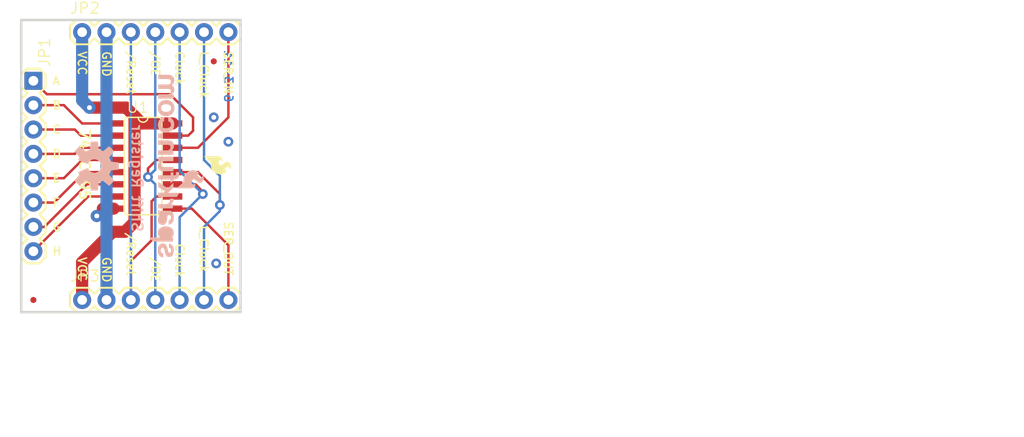
<source format=kicad_pcb>
(kicad_pcb (version 20211014) (generator pcbnew)
  (layers (0 "F.Cu" signal) (31 "B.Cu" signal) (34 "B.Paste" user) (35 "F.Paste" user) (36 "B.SilkS" user "B.Silkscreen") (37 "F.SilkS" user "F.Silkscreen") (38 "B.Mask" user) (39 "F.Mask" user) (44 "Edge.Cuts" user))
  (net 0 "")
  (net 1 "N$3")
  (net 2 "N$4")
  (net 3 "N$5")
  (net 4 "N$6")
  (net 5 "N$7")
  (net 6 "N$8")
  (net 7 "N$9")
  (net 8 "N$10")
  (net 9 "VCC")
  (net 10 "SERIAL_IN")
  (net 11 "CLOCK")
  (net 12 "/RESET")
  (net 13 "LATCH_CLOCK")
  (net 14 "/OUTPUT_ENABLE")
  (net 15 "GND")
  (net 16 "SERIAL_OUT")
  (footprint "boardEagle:1X08" (layer "F.Cu") (at 138.3411 96.1136 -90)
    (fp_text reference "JP1" (at -1.3462 -1.8288 -90) (layer "F.SilkS") (effects (font (size 1.143 1.143) (thickness 0.127)) (justify left bottom)))
    (fp_text value "")
    (fp_line (start 0.635 -1.27) (end 1.27 -0.635) (layer "F.SilkS") (width 0.2032))
    (fp_line (start 17.145 -1.27) (end 16.51 -0.635) (layer "F.SilkS") (width 0.2032))
    (fp_line (start 10.795 1.27) (end 9.525 1.27) (layer "F.SilkS") (width 0.2032))
    (fp_line (start 12.065 1.27) (end 11.43 0.635) (layer "F.SilkS") (width 0.2032))
    (fp_line (start 6.985 -1.27) (end 6.35 -0.635) (layer "F.SilkS") (width 0.2032))
    (fp_line (start 16.51 0.635) (end 15.875 1.27) (layer "F.SilkS") (width 0.2032))
    (fp_line (start 17.145 -1.27) (end 18.415 -1.27) (layer "F.SilkS") (width 0.2032))
    (fp_line (start 3.81 -0.635) (end 4.445 -1.27) (layer "F.SilkS") (width 0.2032))
    (fp_line (start 6.35 0.635) (end 5.715 1.27) (layer "F.SilkS") (width 0.2032))
    (fp_line (start 0.635 1.27) (end -0.635 1.27) (layer "F.SilkS") (width 0.2032))
    (fp_line (start 19.05 -0.635) (end 19.05 0.635) (layer "F.SilkS") (width 0.2032))
    (fp_line (start 6.985 -1.27) (end 8.255 -1.27) (layer "F.SilkS") (width 0.2032))
    (fp_line (start 18.415 1.27) (end 17.145 1.27) (layer "F.SilkS") (width 0.2032))
    (fp_line (start 8.89 -0.635) (end 9.525 -1.27) (layer "F.SilkS") (width 0.2032))
    (fp_line (start 9.525 1.27) (end 8.89 0.635) (layer "F.SilkS") (width 0.2032))
    (fp_line (start 12.065 -1.27) (end 13.335 -1.27) (layer "F.SilkS") (width 0.2032))
    (fp_line (start 11.43 0.635) (end 10.795 1.27) (layer "F.SilkS") (width 0.2032))
    (fp_line (start 13.97 0.635) (end 13.335 1.27) (layer "F.SilkS") (width 0.2032))
    (fp_line (start 1.27 0.635) (end 0.635 1.27) (layer "F.SilkS") (width 0.2032))
    (fp_line (start 6.35 0.635) (end 6.985 1.27) (layer "F.SilkS") (width 0.2032))
    (fp_line (start 8.89 0.635) (end 8.255 1.27) (layer "F.SilkS") (width 0.2032))
    (fp_line (start 8.255 1.27) (end 6.985 1.27) (layer "F.SilkS") (width 0.2032))
    (fp_line (start 13.97 0.635) (end 14.605 1.27) (layer "F.SilkS") (width 0.2032))
    (fp_line (start 13.335 -1.27) (end 13.97 -0.635) (layer "F.SilkS") (width 0.2032))
    (fp_line (start 4.445 1.27) (end 3.81 0.635) (layer "F.SilkS") (width 0.2032))
    (fp_line (start -1.27 0.635) (end -0.635 1.27) (layer "F.SilkS") (width 0.2032))
    (fp_line (start 16.51 0.635) (end 17.145 1.27) (layer "F.SilkS") (width 0.2032))
    (fp_line (start 14.605 -1.27) (end 13.97 -0.635) (layer "F.SilkS") (width 0.2032))
    (fp_line (start 5.715 -1.27) (end 6.35 -0.635) (layer "F.SilkS") (width 0.2032))
    (fp_line (start -1.27 -0.635) (end -1.27 0.635) (layer "F.SilkS") (width 0.2032))
    (fp_line (start 14.605 -1.27) (end 15.875 -1.27) (layer "F.SilkS") (width 0.2032))
    (fp_line (start -0.635 -1.27) (end -1.27 -0.635) (layer "F.SilkS") (width 0.2032))
    (fp_line (start 4.445 -1.27) (end 5.715 -1.27) (layer "F.SilkS") (width 0.2032))
    (fp_line (start 15.875 -1.27) (end 16.51 -0.635) (layer "F.SilkS") (width 0.2032))
    (fp_line (start -0.635 -1.27) (end 0.635 -1.27) (layer "F.SilkS") (width 0.2032))
    (fp_line (start 15.875 1.27) (end 14.605 1.27) (layer "F.SilkS") (width 0.2032))
    (fp_line (start 3.81 0.635) (end 3.175 1.27) (layer "F.SilkS") (width 0.2032))
    (fp_line (start 18.415 -1.27) (end 19.05 -0.635) (layer "F.SilkS") (width 0.2032))
    (fp_line (start 3.175 1.27) (end 1.905 1.27) (layer "F.SilkS") (width 0.2032))
    (fp_line (start 11.43 -0.635) (end 12.065 -1.27) (layer "F.SilkS") (width 0.2032))
    (fp_line (start 19.05 0.635) (end 18.415 1.27) (layer "F.SilkS") (width 0.2032))
    (fp_line (start 13.335 1.27) (end 12.065 1.27) (layer "F.SilkS") (width 0.2032))
    (fp_line (start 9.525 -1.27) (end 10.795 -1.27) (layer "F.SilkS") (width 0.2032))
    (fp_line (start 5.715 1.27) (end 4.445 1.27) (layer "F.SilkS") (width 0.2032))
    (fp_line (start 3.175 -1.27) (end 3.81 -0.635) (layer "F.SilkS") (width 0.2032))
    (fp_line (start 10.795 -1.27) (end 11.43 -0.635) (layer "F.SilkS") (width 0.2032))
    (fp_line (start 8.255 -1.27) (end 8.89 -0.635) (layer "F.SilkS") (width 0.2032))
    (fp_line (start 1.905 1.27) (end 1.27 0.635) (layer "F.SilkS") (width 0.2032))
    (fp_line (start 1.905 -1.27) (end 3.175 -1.27) (layer "F.SilkS") (width 0.2032))
    (fp_line (start 1.27 -0.635) (end 1.905 -1.27) (layer "F.SilkS") (width 0.2032))
    (pad "1" thru_hole rect (at 0 0) (size 1.8796 1.8796) (drill 1.016) (layers *.Cu *.Mask) (net 1 "N$3"))
    (pad "2" thru_hole circle (at 2.54 0) (size 1.8796 1.8796) (drill 1.016) (layers *.Cu *.Mask) (net 2 "N$4"))
    (pad "3" thru_hole circle (at 5.08 0) (size 1.8796 1.8796) (drill 1.016) (layers *.Cu *.Mask) (net 3 "N$5"))
    (pad "4" thru_hole circle (at 7.62 0) (size 1.8796 1.8796) (drill 1.016) (layers *.Cu *.Mask) (net 4 "N$6"))
    (pad "5" thru_hole circle (at 10.16 0) (size 1.8796 1.8796) (drill 1.016) (layers *.Cu *.Mask) (net 5 "N$7"))
    (pad "6" thru_hole circle (at 12.7 0) (size 1.8796 1.8796) (drill 1.016) (layers *.Cu *.Mask) (net 6 "N$8"))
    (pad "7" thru_hole circle (at 15.24 0) (size 1.8796 1.8796) (drill 1.016) (layers *.Cu *.Mask) (net 7 "N$9"))
    (pad "8" thru_hole circle (at 17.78 0) (size 1.8796 1.8796) (drill 1.016) (layers *.Cu *.Mask) (net 8 "N$10"))
  )
  (footprint "boardEagle:CREATIVE_COMMONS" (layer "F.Cu") (at 158.6611 132.9436)
    (fp_text reference "U$2" hide)
    (fp_text value "CREATIVE_COMMONS" hide)
  )
  (footprint "boardEagle:FIDUCIAL-1X2.5" (layer "F.Cu") (at 138.3411 118.9736)
    (fp_text reference "JP6" hide)
    (fp_text value "FIDUCIAL1X2.5" hide)
    (pad "1" smd roundrect (at 0 0) (size 0.635 0.635) (layers "F.Cu" "F.Mask") (roundrect_rratio 0.5))
  )
  (footprint "boardEagle:1X07" (layer "F.Cu") (at 143.4211 91.0336)
    (fp_text reference "JP2" (at -1.3462 -1.8288) (layer "F.SilkS") (effects (font (size 1.143 1.143) (thickness 0.127)) (justify left bottom)))
    (fp_text value "")
    (fp_line (start 8.89 0.635) (end 8.255 1.27) (layer "F.SilkS") (width 0.2032))
    (fp_line (start 9.525 -1.27) (end 10.795 -1.27) (layer "F.SilkS") (width 0.2032))
    (fp_line (start 1.905 -1.27) (end 3.175 -1.27) (layer "F.SilkS") (width 0.2032))
    (fp_line (start 6.35 0.635) (end 5.715 1.27) (layer "F.SilkS") (width 0.2032))
    (fp_line (start 4.445 1.27) (end 3.81 0.635) (layer "F.SilkS") (width 0.2032))
    (fp_line (start 10.795 -1.27) (end 11.43 -0.635) (layer "F.SilkS") (width 0.2032))
    (fp_line (start -1.27 0.635) (end -0.635 1.27) (layer "F.SilkS") (width 0.2032))
    (fp_line (start 0.635 -1.27) (end 1.27 -0.635) (layer "F.SilkS") (width 0.2032))
    (fp_line (start -1.27 -0.635) (end -1.27 0.635) (layer "F.SilkS") (width 0.2032))
    (fp_line (start 1.27 0.635) (end 0.635 1.27) (layer "F.SilkS") (width 0.2032))
    (fp_line (start 1.905 1.27) (end 1.27 0.635) (layer "F.SilkS") (width 0.2032))
    (fp_line (start 5.715 -1.27) (end 6.35 -0.635) (layer "F.SilkS") (width 0.2032))
    (fp_line (start 6.35 0.635) (end 6.985 1.27) (layer "F.SilkS") (width 0.2032))
    (fp_line (start 9.525 1.27) (end 8.89 0.635) (layer "F.SilkS") (width 0.2032))
    (fp_line (start 11.43 0.635) (end 10.795 1.27) (layer "F.SilkS") (width 0.2032))
    (fp_line (start 16.51 0.635) (end 15.875 1.27) (layer "F.SilkS") (width 0.2032))
    (fp_line (start -0.635 -1.27) (end -1.27 -0.635) (layer "F.SilkS") (width 0.2032))
    (fp_line (start 3.175 1.27) (end 1.905 1.27) (layer "F.SilkS") (width 0.2032))
    (fp_line (start 12.065 -1.27) (end 13.335 -1.27) (layer "F.SilkS") (width 0.2032))
    (fp_line (start 3.175 -1.27) (end 3.81 -0.635) (layer "F.SilkS") (width 0.2032))
    (fp_line (start 12.065 1.27) (end 11.43 0.635) (layer "F.SilkS") (width 0.2032))
    (fp_line (start 14.605 -1.27) (end 15.875 -1.27) (layer "F.SilkS") (width 0.2032))
    (fp_line (start 1.27 -0.635) (end 1.905 -1.27) (layer "F.SilkS") (width 0.2032))
    (fp_line (start 15.875 -1.27) (end 16.51 -0.635) (layer "F.SilkS") (width 0.2032))
    (fp_line (start -0.635 -1.27) (end 0.635 -1.27) (layer "F.SilkS") (width 0.2032))
    (fp_line (start 15.875 1.27) (end 14.605 1.27) (layer "F.SilkS") (width 0.2032))
    (fp_line (start 10.795 1.27) (end 9.525 1.27) (layer "F.SilkS") (width 0.2032))
    (fp_line (start 3.81 -0.635) (end 4.445 -1.27) (layer "F.SilkS") (width 0.2032))
    (fp_line (start 6.985 -1.27) (end 6.35 -0.635) (layer "F.SilkS") (width 0.2032))
    (fp_line (start 13.97 0.635) (end 13.335 1.27) (layer "F.SilkS") (width 0.2032))
    (fp_line (start 8.89 -0.635) (end 9.525 -1.27) (layer "F.SilkS") (width 0.2032))
    (fp_line (start 8.255 1.27) (end 6.985 1.27) (layer "F.SilkS") (width 0.2032))
    (fp_line (start 14.605 -1.27) (end 13.97 -0.635) (layer "F.SilkS") (width 0.2032))
    (fp_line (start 5.715 1.27) (end 4.445 1.27) (layer "F.SilkS") (width 0.2032))
    (fp_line (start 0.635 1.27) (end -0.635 1.27) (layer "F.SilkS") (width 0.2032))
    (fp_line (start 11.43 -0.635) (end 12.065 -1.27) (layer "F.SilkS") (width 0.2032))
    (fp_line (start 16.51 -0.635) (end 16.51 0.635) (layer "F.SilkS") (width 0.2032))
    (fp_line (start 6.985 -1.27) (end 8.255 -1.27) (layer "F.SilkS") (width 0.2032))
    (fp_line (start 3.81 0.635) (end 3.175 1.27) (layer "F.SilkS") (width 0.2032))
    (fp_line (start 4.445 -1.27) (end 5.715 -1.27) (layer "F.SilkS") (width 0.2032))
    (fp_line (start 13.335 -1.27) (end 13.97 -0.635) (layer "F.SilkS") (width 0.2032))
    (fp_line (start 13.97 0.635) (end 14.605 1.27) (layer "F.SilkS") (width 0.2032))
    (fp_line (start 13.335 1.27) (end 12.065 1.27) (layer "F.SilkS") (width 0.2032))
    (fp_line (start 8.255 -1.27) (end 8.89 -0.635) (layer "F.SilkS") (width 0.2032))
    (pad "1" thru_hole circle (at 0 0 90) (size 1.8796 1.8796) (drill 1.016) (layers *.Cu *.Mask) (net 9 "VCC"))
    (pad "2" thru_hole circle (at 2.54 0 90) (size 1.8796 1.8796) (drill 1.016) (layers *.Cu *.Mask) (net 15 "GND"))
    (pad "3" thru_hole circle (at 5.08 0 90) (size 1.8796 1.8796) (drill 1.016) (layers *.Cu *.Mask) (net 12 "/RESET"))
    (pad "4" thru_hole circle (at 7.62 0 90) (size 1.8796 1.8796) (drill 1.016) (layers *.Cu *.Mask) (net 14 "/OUTPUT_ENABLE"))
    (pad "5" thru_hole circle (at 10.16 0 90) (size 1.8796 1.8796) (drill 1.016) (layers *.Cu *.Mask) (net 11 "CLOCK"))
    (pad "6" thru_hole circle (at 12.7 0 90) (size 1.8796 1.8796) (drill 1.016) (layers *.Cu *.Mask) (net 13 "LATCH_CLOCK"))
    (pad "7" thru_hole circle (at 15.24 0 90) (size 1.8796 1.8796) (drill 1.016) (layers *.Cu *.Mask) (net 10 "SERIAL_IN"))
  )
  (footprint "boardEagle:FIDUCIAL-1X2.5" (layer "F.Cu") (at 157.1371 94.0816)
    (fp_text reference "JP7" hide)
    (fp_text value "FIDUCIAL1X2.5" hide)
    (pad "1" smd roundrect (at 0 0) (size 0.635 0.635) (layers "F.Cu" "F.Mask") (roundrect_rratio 0.5))
  )
  (footprint "boardEagle:SFE-LOGO-FLAME" (layer "F.Cu") (at 156.1211 103.9876 -90)
    (fp_text reference "JP5" hide)
    (fp_text value "LOGO-SFESK" hide)
    (fp_poly (pts (xy 1.126002 -2.808203) (xy 1.215449 -2.785829) (xy 1.228477 -2.780783) (xy 1.240149 -2.774875) (xy 1.25686 -2.766576) (xy 1.275552 -2.759834) (xy 1.371694 -2.7026) (xy 1.3793 -2.7026) (xy 1.3793 -2.6772) (xy 1.306833 -2.6772) (xy 1.208418 -2.657914) (xy 1.074855 -2.495286) (xy 1.079365 -2.436825) (xy 1.12809 -2.341869) (xy 1.204666 -2.265196) (xy 1.294069 -2.200638) (xy 1.369348 -2.168824) (xy 1.450737 -2.171632) (xy 1.458864 -2.174186) (xy 1.466257 -2.177389) (xy 1.530514 -2.236956) (xy 1.5368 -2.259812) (xy 1.5368 -2.377938) (xy 1.763707 -2.148127) (xy 1.868186 -1.856841) (xy 1.871603 -1.856894) (xy 1.87806 -1.650435) (xy 1.848857 -1.45742) (xy 1.785308 -1.272842) (xy 1.6663 -1.061578) (xy 1.6663 -1.080581) (xy 1.378131 -0.80901) (xy 0.982239 -0.6985) (xy 0.753005 -0.6985) (xy 0.716201 -0.692046) (xy 0.681776 -0.679592) (xy 0.496322 -0.541784) (xy -0.0126 0.03091) (xy -0.0126 -1.52077) (xy 0.060004 -1.761967) (xy 0.168295 -1.865489) (xy 0.307122 -1.917522) (xy 0.4039 -1.925089) (xy 0.499384 -1.917623) (xy 0.55991 -1.908099) (xy 0.557788 -1.884433) (xy 0.522216 -1.885242) (xy 0.501784 -1.876141) (xy 0.420519 -1.817154) (xy 0.400722 -1.79067) (xy 0.390395 -1.7285) (xy 0.400905 -1.665229) (xy 0.421405 -1.625174) (xy 0.452343 -1.592685) (xy 0.546535 -1.54355) (xy 0.652229 -1.531742) (xy 0.742768 -1.550084) (xy 0.82422 -1.589656) (xy 0.92203 -1.754659) (xy 0.907706 -1.848844) (xy 0.850914 -1.930401) (xy 0.584707 -2.263237) (xy 0.561667 -2.510855) (xy 0.627495 -2.621556) (xy 0.629042 -2.623103) (xy 0.778901 -2.74712) (xy 1.032676 -2.817064)) (layer "F.SilkS") (width 0) (fill solid))
  )
  (footprint "boardEagle:1X07" (layer "F.Cu") (at 143.4211 118.9736)
    (fp_text reference "JP3" (at -1.3462 -1.8288) (layer "F.SilkS") (effects (font (size 1.143 1.143) (thickness 0.127)) (justify left bottom)))
    (fp_text value "")
    (fp_line (start 1.27 -0.635) (end 1.905 -1.27) (layer "F.SilkS") (width 0.2032))
    (fp_line (start 13.335 -1.27) (end 13.97 -0.635) (layer "F.SilkS") (width 0.2032))
    (fp_line (start 11.43 0.635) (end 10.795 1.27) (layer "F.SilkS") (width 0.2032))
    (fp_line (start 11.43 -0.635) (end 12.065 -1.27) (layer "F.SilkS") (width 0.2032))
    (fp_line (start -1.27 0.635) (end -0.635 1.27) (layer "F.SilkS") (width 0.2032))
    (fp_line (start 10.795 -1.27) (end 11.43 -0.635) (layer "F.SilkS") (width 0.2032))
    (fp_line (start 5.715 1.27) (end 4.445 1.27) (layer "F.SilkS") (width 0.2032))
    (fp_line (start 3.81 -0.635) (end 4.445 -1.27) (layer "F.SilkS") (width 0.2032))
    (fp_line (start 4.445 -1.27) (end 5.715 -1.27) (layer "F.SilkS") (width 0.2032))
    (fp_line (start 8.255 1.27) (end 6.985 1.27) (layer "F.SilkS") (width 0.2032))
    (fp_line (start 16.51 -0.635) (end 16.51 0.635) (layer "F.SilkS") (width 0.2032))
    (fp_line (start 3.81 0.635) (end 3.175 1.27) (layer "F.SilkS") (width 0.2032))
    (fp_line (start -0.635 -1.27) (end 0.635 -1.27) (layer "F.SilkS") (width 0.2032))
    (fp_line (start 12.065 1.27) (end 11.43 0.635) (layer "F.SilkS") (width 0.2032))
    (fp_line (start 1.905 1.27) (end 1.27 0.635) (layer "F.SilkS") (width 0.2032))
    (fp_line (start 0.635 -1.27) (end 1.27 -0.635) (layer "F.SilkS") (width 0.2032))
    (fp_line (start 12.065 -1.27) (end 13.335 -1.27) (layer "F.SilkS") (width 0.2032))
    (fp_line (start -0.635 -1.27) (end -1.27 -0.635) (layer "F.SilkS") (width 0.2032))
    (fp_line (start 4.445 1.27) (end 3.81 0.635) (layer "F.SilkS") (width 0.2032))
    (fp_line (start 6.985 -1.27) (end 8.255 -1.27) (layer "F.SilkS") (width 0.2032))
    (fp_line (start 14.605 -1.27) (end 13.97 -0.635) (layer "F.SilkS") (width 0.2032))
    (fp_line (start 16.51 0.635) (end 15.875 1.27) (layer "F.SilkS") (width 0.2032))
    (fp_line (start 0.635 1.27) (end -0.635 1.27) (layer "F.SilkS") (width 0.2032))
    (fp_line (start 1.905 -1.27) (end 3.175 -1.27) (layer "F.SilkS") (width 0.2032))
    (fp_line (start 8.89 0.635) (end 8.255 1.27) (layer "F.SilkS") (width 0.2032))
    (fp_line (start -1.27 -0.635) (end -1.27 0.635) (layer "F.SilkS") (width 0.2032))
    (fp_line (start 8.89 -0.635) (end 9.525 -1.27) (layer "F.SilkS") (width 0.2032))
    (fp_line (start 6.985 -1.27) (end 6.35 -0.635) (layer "F.SilkS") (width 0.2032))
    (fp_line (start 14.605 -1.27) (end 15.875 -1.27) (layer "F.SilkS") (width 0.2032))
    (fp_line (start 8.255 -1.27) (end 8.89 -0.635) (layer "F.SilkS") (width 0.2032))
    (fp_line (start 9.525 1.27) (end 8.89 0.635) (layer "F.SilkS") (width 0.2032))
    (fp_line (start 6.35 0.635) (end 6.985 1.27) (layer "F.SilkS") (width 0.2032))
    (fp_line (start 5.715 -1.27) (end 6.35 -0.635) (layer "F.SilkS") (width 0.2032))
    (fp_line (start 6.35 0.635) (end 5.715 1.27) (layer "F.SilkS") (width 0.2032))
    (fp_line (start 9.525 -1.27) (end 10.795 -1.27) (layer "F.SilkS") (width 0.2032))
    (fp_line (start 13.97 0.635) (end 13.335 1.27) (layer "F.SilkS") (width 0.2032))
    (fp_line (start 15.875 1.27) (end 14.605 1.27) (layer "F.SilkS") (width 0.2032))
    (fp_line (start 1.27 0.635) (end 0.635 1.27) (layer "F.SilkS") (width 0.2032))
    (fp_line (start 13.335 1.27) (end 12.065 1.27) (layer "F.SilkS") (width 0.2032))
    (fp_line (start 3.175 1.27) (end 1.905 1.27) (layer "F.SilkS") (width 0.2032))
    (fp_line (start 10.795 1.27) (end 9.525 1.27) (layer "F.SilkS") (width 0.2032))
    (fp_line (start 13.97 0.635) (end 14.605 1.27) (layer "F.SilkS") (width 0.2032))
    (fp_line (start 15.875 -1.27) (end 16.51 -0.635) (layer "F.SilkS") (width 0.2032))
    (fp_line (start 3.175 -1.27) (end 3.81 -0.635) (layer "F.SilkS") (width 0.2032))
    (pad "1" thru_hole circle (at 0 0 90) (size 1.8796 1.8796) (drill 1.016) (layers *.Cu *.Mask) (net 9 "VCC"))
    (pad "2" thru_hole circle (at 2.54 0 90) (size 1.8796 1.8796) (drill 1.016) (layers *.Cu *.Mask) (net 15 "GND"))
    (pad "3" thru_hole circle (at 5.08 0 90) (size 1.8796 1.8796) (drill 1.016) (layers *.Cu *.Mask) (net 12 "/RESET"))
    (pad "4" thru_hole circle (at 7.62 0 90) (size 1.8796 1.8796) (drill 1.016) (layers *.Cu *.Mask) (net 14 "/OUTPUT_ENABLE"))
    (pad "5" thru_hole circle (at 10.16 0 90) (size 1.8796 1.8796) (drill 1.016) (layers *.Cu *.Mask) (net 11 "CLOCK"))
    (pad "6" thru_hole circle (at 12.7 0 90) (size 1.8796 1.8796) (drill 1.016) (layers *.Cu *.Mask) (net 13 "LATCH_CLOCK"))
    (pad "7" thru_hole circle (at 15.24 0 90) (size 1.8796 1.8796) (drill 1.016) (layers *.Cu *.Mask) (net 16 "SERIAL_OUT"))
  )
  (footprint "boardEagle:SO16" (layer "F.Cu") (at 149.7711 105.0036 -90)
    (fp_text reference "U1" (at -5.461 1.778) (layer "F.SilkS") (effects (font (size 1.143 1.143) (thickness 0.127)) (justify left bottom)))
    (fp_text value "74LS595D")
    (fp_line (start -5.08 1.6002) (end 5.08 1.6002) (layer "F.SilkS") (width 0.0508))
    (fp_line (start -5.08 0.508) (end -5.08 1.5748) (layer "F.SilkS") (width 0.1524))
    (fp_line (start 5.08 1.5748) (end 5.08 -1.5748) (layer "F.SilkS") (width 0.1524))
    (fp_line (start -4.699 1.9558) (end 4.699 1.9558) (layer "F.SilkS") (width 0.1524))
    (fp_line (start -5.08 -0.508) (end -5.08 0.508) (layer "F.SilkS") (width 0.1524))
    (fp_line (start -5.08 -1.5748) (end -5.08 -0.508) (layer "F.SilkS") (width 0.1524))
    (fp_line (start 4.699 -1.9558) (end -4.699 -1.9558) (layer "F.SilkS") (width 0.1524))
    (fp_arc (start -4.699 1.9558) (mid -4.968408 1.844208) (end -5.08 1.5748) (layer "F.SilkS") (width 0.1524))
    (fp_arc (start 5.08 1.5748) (mid 4.968408 1.844208) (end 4.699 1.9558) (layer "F.SilkS") (width 0.1524))
    (fp_arc (start 4.699 -1.9558) (mid 4.968408 -1.844208) (end 5.08 -1.5748) (layer "F.SilkS") (width 0.1524))
    (fp_arc (start -5.08 -1.5748) (mid -4.968408 -1.844208) (end -4.699 -1.9558) (layer "F.SilkS") (width 0.1524))
    (fp_arc (start -5.08 -0.508) (mid -4.572 0) (end -5.08 0.508) (layer "F.SilkS") (width 0.1524))
    (pad "1" smd rect (at -4.445 3.0734 270) (size 0.6604 2.032) (layers "F.Cu" "F.Paste" "F.Mask") (net 2 "N$4"))
    (pad "2" smd rect (at -3.175 3.0734 270) (size 0.6604 2.032) (layers "F.Cu" "F.Paste" "F.Mask") (net 3 "N$5"))
    (pad "3" smd rect (at -1.905 3.0734 270) (size 0.6604 2.032) (layers "F.Cu" "F.Paste" "F.Mask") (net 4 "N$6"))
    (pad "4" smd rect (at -0.635 3.0734 270) (size 0.6604 2.032) (layers "F.Cu" "F.Paste" "F.Mask") (net 5 "N$7"))
    (pad "5" smd rect (at 0.635 3.0734 270) (size 0.6604 2.032) (layers "F.Cu" "F.Paste" "F.Mask") (net 6 "N$8"))
    (pad "6" smd rect (at 1.905 3.0734 270) (size 0.6604 2.032) (layers "F.Cu" "F.Paste" "F.Mask") (net 7 "N$9"))
    (pad "7" smd rect (at 3.175 3.0734 270) (size 0.6604 2.032) (layers "F.Cu" "F.Paste" "F.Mask") (net 8 "N$10"))
    (pad "8" smd rect (at 4.445 3.0734 270) (size 0.6604 2.032) (layers "F.Cu" "F.Paste" "F.Mask") (net 15 "GND"))
    (pad "9" smd rect (at 4.445 -3.0734 270) (size 0.6604 2.032) (layers "F.Cu" "F.Paste" "F.Mask") (net 16 "SERIAL_OUT"))
    (pad "10" smd rect (at 3.175 -3.0734 270) (size 0.6604 2.032) (layers "F.Cu" "F.Paste" "F.Mask") (net 12 "/RESET"))
    (pad "11" smd rect (at 1.905 -3.0734 270) (size 0.6604 2.032) (layers "F.Cu" "F.Paste" "F.Mask") (net 11 "CLOCK"))
    (pad "12" smd rect (at 0.635 -3.0734 270) (size 0.6604 2.032) (layers "F.Cu" "F.Paste" "F.Mask") (net 13 "LATCH_CLOCK"))
    (pad "13" smd rect (at -0.635 -3.0734 270) (size 0.6604 2.032) (layers "F.Cu" "F.Paste" "F.Mask") (net 14 "/OUTPUT_ENABLE"))
    (pad "14" smd rect (at -1.905 -3.0734 270) (size 0.6604 2.032) (layers "F.Cu" "F.Paste" "F.Mask") (net 10 "SERIAL_IN"))
    (pad "15" smd rect (at -3.175 -3.0734 270) (size 0.6604 2.032) (layers "F.Cu" "F.Paste" "F.Mask") (net 1 "N$3"))
    (pad "16" smd rect (at -4.445 -3.0734 270) (size 0.6604 2.032) (layers "F.Cu" "F.Paste" "F.Mask") (net 9 "VCC"))
  )
  (footprint "boardEagle:OSHW-LOGO-M" (layer "B.Cu") (at 144.6911 105.0036 90)
    (fp_text reference "U$1" hide)
    (fp_text value "OSHW-LOGOM" hide)
    (fp_poly (pts (xy 0.456253 1.731155) (xy 0.686517 1.657461) (xy 0.90147 1.546765) (xy 1.544319 2.070947) (xy 2.070947 1.544319) (xy 1.546765 0.90147) (xy 1.657461 0.686517) (xy 1.731155 0.456253) (xy 2.5564 0.372471) (xy 2.5564 -0.372471) (xy 1.726849 -0.456691) (xy 1.54403 -0.898116) (xy 2.070947 -1.544319) (xy 1.544319 -2.070947) (xy 0.901485 -1.546777) (xy 0.619704 -1.692011) (xy 0.20689 -0.695413) (xy 0.531536 -0.463602) (xy 0.620727 -0.335903) (xy 0.680465 -0.187343) (xy 0.705181 -0.029147) (xy 0.693603 0.130552) (xy 0.646327 0.283537) (xy 0.56579 0.421919) (xy 0.456131 0.538592) (xy 0.322994 0.627547) (xy 0.173234 0.684204) (xy 0.014564 0.705647) (xy -0.144865 0.690774) (xy -0.296837 0.64035) (xy -0.433527 0.556972) (xy -0.547914 0.444923) (xy -0.634099 0.309982) (xy -0.68765 0.159084) (xy -0.705283 0.004638) (xy -0.626355 -0.324166) (xy -0.536691 -0.458355) (xy -0.414859 -0.570967) (xy -0.204203 -0.688924) (xy -0.618435 -1.688948) (xy -0.821394 -1.594769) (xy -0.90323 -1.5482) (xy -1.544319 -2.070947) (xy -2.070947 -1.544319) (xy -1.54403 -0.898116) (xy -1.726849 -0.456691) (xy -2.5564 -0.372471) (xy -2.5564 0.372471) (xy -1.726849 0.456691) (xy -1.54403 0.898116) (xy -2.070947 1.544319) (xy -1.544319 2.070947) (xy -0.90147 1.546765) (xy -0.686517 1.657461) (xy -0.456253 1.731155) (xy -0.372471 2.5564) (xy 0.372471 2.5564)) (layer "B.SilkS") (width 0) (fill solid))
  )
  (footprint "boardEagle:SFE-NEW-WEBLOGO" (layer "B.Cu") (at 150.4061 114.5286 90)
    (fp_text reference "JP4" hide)
    (fp_text value "LOGO-SFENEW" hide)
    (fp_line (start 11.1201 2.5171) (end 11.1201 2.2962) (layer "B.SilkS") (width 0.0254))
    (fp_line (start 11.1379 0.9449) (end 10.7163 0.9449) (layer "B.SilkS") (width 0.0254))
    (fp_line (start 12.1818 0.955) (end 11.7729 0.955) (layer "B.SilkS") (width 0.0254))
    (fp_line (start 11.1201 2.2962) (end 11.1277 2.2962) (layer "B.SilkS") (width 0.0254))
    (fp_line (start 11.1379 1.8136) (end 11.1379 0.9449) (layer "B.SilkS") (width 0.0254))
    (fp_line (start 11.7729 0.955) (end 11.7729 1.9202) (layer "B.SilkS") (width 0.0254))
    (fp_line (start 15.5499 2.2911) (end 15.527 2.2911) (layer "B.SilkS") (width 0.0254))
    (fp_line (start 15.5499 2.6137) (end 15.5499 2.2911) (layer "B.SilkS") (width 0.0254))
    (fp_line (start 10.7163 2.5171) (end 11.1201 2.5171) (layer "B.SilkS") (width 0.0254))
    (fp_line (start 15.5702 2.2962) (end 15.5702 2.6137) (layer "B.SilkS") (width 0.0254))
    (fp_line (start 15.5702 2.6137) (end 15.5854 2.6137) (layer "B.SilkS") (width 0.0254))
    (fp_line (start 12.1818 2.0091) (end 12.1818 0.955) (layer "B.SilkS") (width 0.0254))
    (fp_line (start 10.7163 0.9449) (end 10.7163 2.5171) (layer "B.SilkS") (width 0.0254))
    (fp_arc (start 15.7277 2.2708) (mid 15.650001 2.290018) (end 15.5702 2.2962) (layer "B.SilkS") (width 0.0254))
    (fp_arc (start 11.4198 2.2327) (mid 11.334441 2.214452) (end 11.259799 2.1692) (layer "B.SilkS") (width 0.0254))
    (fp_arc (start 11.1277 2.2962) (mid 11.137379 2.298176) (end 11.1455 2.3038) (layer "B.SilkS") (width 0.0254))
    (fp_arc (start 11.5672 2.5552) (mid 11.411238 2.523841) (end 11.2725 2.446) (layer "B.SilkS") (width 0.0254))
    (fp_arc (start 11.5976 2.2276) (mid 11.565101 2.235925) (end 11.5316 2.2377) (layer "B.SilkS") (width 0.0254))
    (fp_arc (start 15.2781 2.1692) (mid 15.20247 2.035022) (end 15.168899 1.8847) (layer "B.SilkS") (width 0.0254))
    (fp_arc (start 15.527 2.2911) (mid 15.388433 2.258974) (end 15.278099 2.1692) (layer "B.SilkS") (width 0.0254))
    (fp_arc (start 12.1488 2.232699) (mid 12.104013 2.336521) (end 12.0345 2.4257) (layer "B.SilkS") (width 0.0254))
    (fp_arc (start 15.5499 2.6137) (mid 15.331296 2.577713) (end 15.1282 2.4892) (layer "B.SilkS") (width 0.0254))
    (fp_arc (start 11.2598 2.1692) (mid 11.206137 2.110016) (end 11.1684 2.0396) (layer "B.SilkS") (width 0.0254))
    (fp_arc (start 11.4198 2.2327) (mid 11.475702 2.235165) (end 11.5316 2.2377) (layer "B.SilkS") (width 0.0254))
    (fp_arc (start 15.9029 0.9754) (mid 16.153433 1.12491) (end 16.317 1.3665) (layer "B.SilkS") (width 0.0254))
    (fp_arc (start 15.8318 2.2047) (mid 15.783745 2.244042) (end 15.7277 2.2708) (layer "B.SilkS") (width 0.0254))
    (fp_arc (start 11.1379 1.8821) (mid 11.137681 1.84785) (end 11.1379 1.8136) (layer "B.SilkS") (width 0.0254))
    (fp_arc (start 15.7632 1.2725) (mid 15.846801 1.329279) (end 15.908 1.4097) (layer "B.SilkS") (width 0.0254))
    (fp_arc (start 15.428 1.2522) (mid 15.597525 1.230563) (end 15.7632 1.2725) (layer "B.SilkS") (width 0.0254))
    (fp_arc (start 11.1684 2.0396) (mid 11.146105 1.962214) (end 11.1379 1.8821) (layer "B.SilkS") (width 0.0254))
    (fp_arc (start 11.7729 1.9202) (mid 11.758038 2.02962) (end 11.7145 2.1311) (layer "B.SilkS") (width 0.0254))
    (fp_arc (start 11.1455 2.3038) (mid 11.152103 2.311188) (end 11.1582 2.319) (layer "B.SilkS") (width 0.0254))
    (fp_arc (start 15.24 1.4097) (mid 15.31871 1.3127) (end 15.428 1.2522) (layer "B.SilkS") (width 0.0254))
    (fp_arc (start 12.0345 2.425699) (mid 11.911985 2.51116) (end 11.7678 2.5502) (layer "B.SilkS") (width 0.0254))
    (fp_arc (start 15.9588 1.971) (mid 15.910982 2.096372) (end 15.8318 2.2047) (layer "B.SilkS") (width 0.0254))
    (fp_arc (start 14.8615 1.27) (mid 14.919858 1.189481) (end 14.9911 1.1201) (layer "B.SilkS") (width 0.0254))
    (fp_arc (start 15.128201 2.4892) (mid 14.882786 2.260687) (end 14.7549 1.9507) (layer "B.SilkS") (width 0.0254))
    (fp_arc (start 15.9868 1.7196) (mid 15.980368 1.846143) (end 15.9588 1.971) (layer "B.SilkS") (width 0.0254))
    (fp_arc (start 14.9911 1.1201) (mid 15.249615 0.972855) (end 15.5423 0.9195) (layer "B.SilkS") (width 0.0254))
    (fp_arc (start 15.908 1.4097) (mid 15.966057 1.559906) (end 15.9868 1.7196) (layer "B.SilkS") (width 0.0254))
    (fp_arc (start 11.7678 2.5502) (mid 11.667584 2.556058) (end 11.5672 2.5552) (layer "B.SilkS") (width 0.0254))
    (fp_arc (start 16.317 1.3665) (mid 16.380488 1.583529) (end 16.4033 1.8085) (layer "B.SilkS") (width 0.0254))
    (fp_arc (start 15.809 2.5857) (mid 15.698073 2.606673) (end 15.5854 2.6137) (layer "B.SilkS") (width 0.0254))
    (fp_arc (start 12.1818 2.0091) (mid 12.172765 2.122002) (end 12.1488 2.2327) (layer "B.SilkS") (width 0.0254))
    (fp_arc (start 11.7145 2.1311) (mid 11.664346 2.1894) (end 11.5976 2.2276) (layer "B.SilkS") (width 0.0254))
    (fp_arc (start 14.7549 1.9507) (mid 14.737287 1.759061) (end 14.7523 1.5672) (layer "B.SilkS") (width 0.0254))
    (fp_arc (start 15.5423 0.9195) (mid 15.724919 0.932492) (end 15.9029 0.9754) (layer "B.SilkS") (width 0.0254))
    (fp_arc (start 16.4033 1.808499) (mid 16.333054 2.143404) (end 16.129 2.4181) (layer "B.SilkS") (width 0.0254))
    (fp_arc (start 15.1714 1.6383) (mid 15.194331 1.520588) (end 15.24 1.4097) (layer "B.SilkS") (width 0.0254))
    (fp_arc (start 15.1689 1.8847) (mid 15.165026 1.761448) (end 15.1714 1.6383) (layer "B.SilkS") (width 0.0254))
    (fp_arc (start 11.2725 2.446) (mid 11.226399 2.404414) (end 11.1862 2.3571) (layer "B.SilkS") (width 0.0254))
    (fp_arc (start 11.1862 2.3571) (mid 11.172158 2.338081) (end 11.1582 2.319) (layer "B.SilkS") (width 0.0254))
    (fp_arc (start 16.129 2.4181) (mid 15.978822 2.520652) (end 15.809 2.5857) (layer "B.SilkS") (width 0.0254))
    (fp_arc (start 14.7523 1.5672) (mid 14.792796 1.413418) (end 14.8615 1.27) (layer "B.SilkS") (width 0.0254))
    (fp_poly (pts (xy 9.4234 1.520809) (xy 9.472888 1.359974) (xy 9.516069 1.308185) (xy 9.573108 1.271734) (xy 9.714103 1.241374) (xy 9.853529 1.268908) (xy 10.003067 1.442966) (xy 10.033 1.684784) (xy 10.033 2.5273) (xy 10.48 2.5273) (xy 10.48 0.9398) (xy 10.0533 0.9398) (xy 10.0533 1.159713) (xy 9.961626 1.051965) (xy 9.823848 0.946774) (xy 9.797269 0.933513) (xy 9.76873 0.924761) (xy 9.46843 0.899096) (xy 9.311419 0.929258) (xy 9.173895 1.0008) (xy 9.172522 1.0008) (xy 9.155194 1.014756) (xy 9.141833 1.028106) (xy 9.055991 1.150842) (xy 9.0022 1.291099) (xy 8.984 1.439423) (xy 8.984 2.5324) (xy 9.4234 2.5324)) (layer "B.SilkS") (width 0) (fill solid))
    (fp_poly (pts (xy 2.834651 2.506079) (xy 2.92707 2.450683) (xy 3.011605 2.383731) (xy 3.1267 2.221709) (xy 3.1267 2.263503) (xy 3.219434 1.972794) (xy 3.236098 1.526727) (xy 3.068933 1.135798) (xy 2.975978 1.041462) (xy 2.864973 0.970996) (xy 2.740356 0.92713) (xy 2.372489 0.922) (xy 2.370226 0.922) (xy 2.254471 0.962806) (xy 2.0828 1.127587) (xy 2.0828 -0.010757) (xy 1.6434 0.385552) (xy 1.6434 2.45912) (xy 2.057593 2.537568) (xy 2.055012 2.330538) (xy 2.068304 2.345345) (xy 2.15812 2.442839) (xy 2.234107 2.497896) (xy 2.368681 2.552194) (xy 2.419192 2.562883) (xy 2.620347 2.565422)) (layer "B.SilkS") (width 0) (fill solid))
    (fp_poly (pts (xy 8.809435 3.119895) (xy 8.875117 3.1166) (xy 8.89 3.1166) (xy 8.89 2.7889) (xy 8.869112 2.7889) (xy 8.841108 2.7915) (xy 8.660351 2.7915) (xy 8.587936 2.740064) (xy 8.571192 2.699602) (xy 8.5649 2.653436) (xy 8.5649 2.5273) (xy 8.8621 2.5273) (xy 8.8621 2.2352) (xy 8.5623 2.2352) (xy 8.5623 0.9322) (xy 8.1204 0.9322) (xy 8.1204 2.232779) (xy 7.70383 2.235391) (xy 7.995739 2.5273) (xy 8.1255 2.5273) (xy 8.1255 2.560826) (xy 8.143432 2.77702) (xy 8.219199 2.938937) (xy 8.324367 3.032939) (xy 8.449534 3.095959) (xy 8.586403 3.1242) (xy 8.743112 3.1242)) (layer "B.SilkS") (width 0) (fill solid))
    (fp_poly (pts (xy 6.7335 1.97376) (xy 7.284539 2.5248) (xy 7.78835 2.5248) (xy 7.197009 1.946483) (xy 7.869909 0.937183) (xy 7.330929 0.939835) (xy 6.903958 1.643716) (xy 6.7386 1.483032) (xy 6.7386 0.9296) (xy 6.306639 0.9296) (xy 6.2941 0.942139) (xy 6.2941 2.887776) (xy 6.7335 3.138467)) (layer "B.SilkS") (width 0) (fill solid))
    (fp_poly (pts (xy 11.770768 2.56283) (xy 12.043428 2.435548) (xy 12.160999 2.237024) (xy 12.1945 2.010032) (xy 12.1945 0.9423) (xy 11.7602 0.9423) (xy 11.7602 1.918474) (xy 11.70302 2.124971) (xy 11.656141 2.179464) (xy 11.593345 2.215403) (xy 11.53092 2.224956) (xy 11.476269 2.222478) (xy 11.422495 2.220106) (xy 11.268 2.158791) (xy 11.18035 2.034508) (xy 11.1506 1.880883) (xy 11.1506 0.9322) (xy 10.7036 0.9322) (xy 10.7036 2.5298) (xy 11.1328 2.5298) (xy 11.1328 2.310454) (xy 11.136857 2.313263) (xy 11.148195 2.326834) (xy 11.161924 2.345602) (xy 11.176241 2.364992) (xy 11.217267 2.413279) (xy 11.265048 2.456381) (xy 11.406772 2.535896) (xy 11.566093 2.567932)) (layer "B.SilkS") (width 0) (fill solid))
    (fp_poly (pts (xy 14.181776 2.563159) (xy 14.181555 2.560669) (xy 14.327447 2.496725) (xy 14.547848 2.246517) (xy 14.619242 1.9914) (xy 14.1707 1.9914) (xy 14.1707 2.005388) (xy 14.15242 2.10038) (xy 14.100807 2.180729) (xy 14.023181 2.236025) (xy 13.860405 2.2706) (xy 13.694207 2.245798) (xy 13.653262 2.227396) (xy 13.618712 2.198612) (xy 13.531409 2.074936) (xy 13.459735 1.779947) (xy 13.507258 1.471936) (xy 13.55233 1.379537) (xy 13.718934 1.256376) (xy 13.795519 1.238584) (xy 13.875272 1.234455) (xy 13.963395 1.249226) (xy 14.044683 1.286045) (xy 14.088707 1.320383) (xy 14.123821 1.362695) (xy 14.191983 1.5646) (xy 14.6202 1.5646) (xy 14.6202 1.546046) (xy 14.607183 1.4497) (xy 14.551954 1.307962) (xy 14.468685 1.180108) (xy 14.234909 0.989147) (xy 13.88734 0.904104) (xy 13.726062 0.914148) (xy 13.567886 0.942693) (xy 13.423659 0.994928) (xy 13.188191 1.185237) (xy 13.098694 1.32648) (xy 13.017451 1.644495) (xy 13.0251 1.894992) (xy 13.0251 1.896181) (xy 13.064859 2.076939) (xy 13.14486 2.243932) (xy 13.26133 2.388842) (xy 13.574558 2.580191) (xy 13.883988 2.616332)) (layer "B.SilkS") (width 0) (fill solid))
    (fp_poly (pts (xy 0.803285 2.567895) (xy 0.944243 2.553799) (xy 1.081508 2.516334) (xy 1.193542 2.461399) (xy 1.291841 2.383865) (xy 1.357039 2.297824) (xy 1.377068 2.257603) (xy 1.393653 2.216867) (xy 1.417283 2.151914) (xy 1.353784 2.105111) (xy 1.152335 2.254241) (xy 0.736496 2.387002) (xy 0.372563 2.277101) (xy 0.417885 2.019712) (xy 1.241556 1.540676) (xy 1.263422 1.497067) (xy 1.147655 1.152457) (xy 0.724605 1.058492) (xy -0.038666 1.4605) (xy 0.4115 1.4605) (xy 0.4115 1.443466) (xy 0.420402 1.369907) (xy 0.454647 1.305856) (xy 0.524204 1.243359) (xy 0.610838 1.206018) (xy 0.637726 1.200933) (xy 0.665996 1.198897) (xy 0.7328 1.198389) (xy 0.79791 1.198884) (xy 0.968129 1.258019) (xy 1.007666 1.302193) (xy 1.028603 1.358428) (xy 1.025789 1.425439) (xy 0.995864 1.485288) (xy 0.943734 1.527918) (xy 0.715431 1.605731) (xy 0.533161 1.644154) (xy 0.351479 1.692254) (xy 0.230117 1.743632) (xy 0.122357 1.822697) (xy 0.0457 1.960096) (xy 0.0457 1.963141) (xy 0.038572 2.135467) (xy 0.0838 2.300409) (xy 0.0838 2.303445) (xy 0.206233 2.444416) (xy 0.620397 2.567885) (xy 0.71245 2.568634)) (layer "B.SilkS") (width 0) (fill solid))
    (fp_poly (pts (xy 8.337002 5.691103) (xy 8.426449 5.668729) (xy 8.439477 5.663683) (xy 8.451149 5.657775) (xy 8.46786 5.649476) (xy 8.486552 5.642734) (xy 8.582694 5.5855) (xy 8.5903 5.5855) (xy 8.5903 5.5601) (xy 8.517833 5.5601) (xy 8.419418 5.540814) (xy 8.285855 5.378186) (xy 8.290365 5.319725) (xy 8.33909 5.224769) (xy 8.415666 5.148096) (xy 8.505069 5.083538) (xy 8.580348 5.051724) (xy 8.661737 5.054532) (xy 8.669864 5.057086) (xy 8.677257 5.060289) (xy 8.741514 5.119856) (xy 8.7478 5.142712) (xy 8.7478 5.260838) (xy 8.974707 5.031027) (xy 9.079186 4.739741) (xy 9.082603 4.739794) (xy 9.08906 4.533335) (xy 9.059857 4.34032) (xy 8.996308 4.155742) (xy 8.8773 3.944478) (xy 8.8773 3.963481) (xy 8.589131 3.69191) (xy 8.193239 3.5814) (xy 7.964005 3.5814) (xy 7.927201 3.574946) (xy 7.892776 3.562492) (xy 7.707322 3.424684) (xy 7.1984 2.85199) (xy 7.1984 4.40367) (xy 7.271004 4.644867) (xy 7.379295 4.748389) (xy 7.518122 4.800422) (xy 7.6149 4.807989) (xy 7.710384 4.800523) (xy 7.77091 4.790999) (xy 7.768788 4.767333) (xy 7.733216 4.768142) (xy 7.712784 4.759041) (xy 7.631519 4.700054) (xy 7.611722 4.67357) (xy 7.601395 4.6114) (xy 7.611905 4.548129) (xy 7.632405 4.508074) (xy 7.663343 4.475585) (xy 7.757535 4.42645) (xy 7.863229 4.414642) (xy 7.953768 4.432984) (xy 8.03522 4.472556) (xy 8.13303 4.637559) (xy 8.118706 4.731744) (xy 8.061914 4.813301) (xy 7.795707 5.146137) (xy 7.772667 5.393755) (xy 7.838495 5.504456) (xy 7.840042 5.506003) (xy 7.989901 5.63002) (xy 8.243676 5.699964)) (layer "B.SilkS") (width 0) (fill solid))
    (fp_poly (pts (xy 1.201557 2.290098) (xy 1.414074 2.156268) (xy 1.42383 2.065) (xy 1.01008 2.065) (xy 1.00135 2.126336) (xy 0.936084 2.220524) (xy 0.871818 2.257603) (xy 0.798545 2.2758) (xy 0.628591 2.2758) (xy 0.583991 2.267366) (xy 0.541641 2.251683) (xy 0.51157 2.232098) (xy 0.488615 2.205726) (xy 0.469153 2.152745) (xy 0.474605 2.097619) (xy 0.521549 2.031824) (xy 0.664468 1.962838) (xy 0.866638 1.922444) (xy 1.206678 1.822687) (xy 1.354318 1.729494) (xy 1.389578 1.692366) (xy 1.416579 1.648151) (xy 1.460229 1.440208) (xy 1.447804 1.4376) (xy 1.460484 1.436955) (xy 1.457817 1.384541) (xy 1.452657 1.33034) (xy 1.371775 1.140043) (xy 1.14885 0.969822) (xy 1.013381 0.927267) (xy 0.74708 0.904177) (xy 0.617383 0.909691) (xy 0.487493 0.922202) (xy 0.306845 0.984179) (xy 0.185213 1.061804) (xy 0.109225 1.132023) (xy 0.056988 1.2215) (xy 0.013059 1.350644) (xy 0.002577 1.410659) (xy -0.00152 1.469003) (xy 0.738195 1.10308) (xy 1.120535 1.189415) (xy 1.224069 1.497645) (xy 0.809011 1.723764) (xy 0.364394 1.98847) (xy 0.308075 2.310537) (xy 0.741882 2.423672)) (layer "B.SilkS") (width 0) (fill solid))
    (fp_poly (pts (xy 6.1316 2.557116) (xy 6.1316 2.1463) (xy 6.115783 2.1463) (xy 6.10653 2.147054) (xy 6.097893 2.149211) (xy 6.068387 2.157247) (xy 6.038922 2.161538) (xy 5.96265 2.16474) (xy 5.887609 2.16159) (xy 5.731931 2.107297) (xy 5.637642 2.018651) (xy 5.577302 1.903423) (xy 5.5499 1.736362) (xy 5.5499 0.9423) (xy 5.107878 0.9423) (xy 5.110519 2.454146) (xy 5.522 2.527255) (xy 5.522 2.234211) (xy 5.526569 2.235704) (xy 5.544428 2.262537) (xy 5.578841 2.314524) (xy 5.613758 2.367854) (xy 5.686736 2.438162) (xy 5.778008 2.498223) (xy 5.979984 2.565515)) (layer "B.SilkS") (width 0) (fill solid))
    (fp_poly (pts (xy 4.444983 2.544915) (xy 4.588724 2.501712) (xy 4.72259 2.430523) (xy 4.844814 2.271666) (xy 4.859671 2.1819) (xy 4.8616 2.1819) (xy 4.8616 1.6891) (xy 4.864173 1.6891) (xy 4.861603 1.242544) (xy 4.871819 1.108765) (xy 4.906709 0.979276) (xy 4.920484 0.9423) (xy 4.495275 0.9423) (xy 4.477494 0.951279) (xy 4.472002 0.970735) (xy 4.468249 0.985133) (xy 4.446292 1.084946) (xy 4.440321 1.089528) (xy 4.438946 1.088886) (xy 4.309064 0.98859) (xy 4.153188 0.927249) (xy 3.824183 0.906712) (xy 3.683825 0.938256) (xy 3.554173 1.000134) (xy 3.486826 1.05665) (xy 3.437273 1.130532) (xy 3.3807 1.444163) (xy 3.3807 1.446675) (xy 3.401941 1.543624) (xy 3.446308 1.632822) (xy 3.527788 1.722902) (xy 3.632416 1.784766) (xy 3.937258 1.861632) (xy 4.048648 1.873601) (xy 4.159032 1.884616) (xy 4.224808 1.893434) (xy 4.289167 1.907055) (xy 4.336271 1.923637) (xy 4.379043 1.948303) (xy 4.407461 1.974391) (xy 4.413402 1.982997) (xy 4.4171 1.991455) (xy 4.4171 2.14983) (xy 4.358226 2.232254) (xy 4.254396 2.270917) (xy 4.188033 2.274326) (xy 4.120968 2.275774) (xy 4.006679 2.25395) (xy 3.883049 2.131716) (xy 3.8659 2.045941) (xy 3.8659 2.0295) (xy 3.429 2.0295) (xy 3.429 2.040006) (xy 3.418965 2.041638) (xy 3.439259 2.166448) (xy 3.491292 2.283494) (xy 3.571378 2.383462) (xy 3.674008 2.459597) (xy 3.791998 2.513469) (xy 3.916944 2.547448) (xy 4.18103 2.571338)) (layer "B.SilkS") (width 0) (fill solid))
    (fp_poly (pts (xy 17.714962 2.583496) (xy 17.714669 2.58013) (xy 17.812284 2.526288) (xy 17.900302 2.442716) (xy 17.956995 2.351455) (xy 17.961394 2.355854) (xy 18.007182 2.404147) (xy 18.086856 2.480888) (xy 18.177617 2.546023) (xy 18.30384 2.60027) (xy 18.440544 2.616304) (xy 18.698981 2.580082) (xy 18.93345 2.426436) (xy 19.05 2.112985) (xy 19.05 0.9398) (xy 18.6004 0.9398) (xy 18.6004 1.979658) (xy 18.558302 2.150487) (xy 18.49797 2.220003) (xy 18.412014 2.255689) (xy 18.322362 2.262413) (xy 18.233537 2.253336) (xy 18.121633 2.190061) (xy 18.068614 2.109201) (xy 18.041426 2.014408) (xy 18.036069 1.960144) (xy 18.034 1.904767) (xy 18.034 0.9398) (xy 17.5768 0.9398) (xy 17.5768 2.006808) (xy 17.507834 2.191589) (xy 17.433119 2.246143) (xy 17.339789 2.26304) (xy 17.298061 2.260863) (xy 17.256145 2.258198) (xy 17.19103 2.2421) (xy 17.135402 2.205103) (xy 17.092564 2.160343) (xy 17.055171 2.112821) (xy 17.0155 1.934108) (xy 17.0155 0.9423) (xy 16.5583 0.9423) (xy 16.5583 2.573) (xy 16.9824 2.573) (xy 16.9824 2.355139) (xy 16.985319 2.355789) (xy 17.015959 2.3959) (xy 17.093229 2.475705) (xy 17.171263 2.538367) (xy 17.262579 2.579887) (xy 17.318155 2.59498) (xy 17.374103 2.605849) (xy 17.443329 2.614463) (xy 17.514022 2.618767)) (layer "B.SilkS") (width 0) (fill solid))
    (fp_poly (pts (xy 12.4257 0.9449) (xy 12.921 0.9449) (xy 12.921 1.43) (xy 12.4257 1.43)) (layer "B.SilkS") (width 0) (fill solid))
    (fp_poly (pts (xy 15.5499 2.609649) (xy 15.5499 2.29782) (xy 15.429469 2.281338) (xy 15.314616 2.217851) (xy 15.23586 2.109416) (xy 15.196312 2.020604) (xy 15.168868 1.873153) (xy 15.163824 1.687316) (xy 15.181322 1.562471) (xy 15.218744 1.447652) (xy 15.272523 1.345) (xy 15.437302 1.244156) (xy 15.6121 1.221967) (xy 15.787119 1.281181) (xy 15.894998 1.379217) (xy 15.949332 1.500229) (xy 15.9868 1.655017) (xy 15.9868 1.797481) (xy 15.961756 1.990339) (xy 15.88736 2.151531) (xy 15.803924 2.232457) (xy 15.708711 2.283762) (xy 15.58997 2.2936) (xy 15.567485 2.2936) (xy 15.57294 2.617878) (xy 15.788992 2.590535) (xy 15.954486 2.53364) (xy 16.155367 2.394616) (xy 16.266844 2.264968) (xy 16.37246 2.027864) (xy 16.400898 1.805948) (xy 16.375193 1.592623) (xy 16.305839 1.343513) (xy 16.222719 1.211114) (xy 16.101494 1.095067) (xy 15.987532 1.014773) (xy 15.799031 0.950211) (xy 15.544583 0.924513) (xy 15.240687 0.965682) (xy 14.951456 1.146439) (xy 14.788469 1.399985) (xy 14.726674 1.793647) (xy 14.809154 2.154405) (xy 15.026083 2.4307) (xy 15.368412 2.600648) (xy 15.51864 2.6187) (xy 15.52691 2.6187)) (layer "B.SilkS") (width 0) (fill solid))
  )
  (gr_line (start 137.0711 120.2436) (end 159.9311 120.2436) (layer "Edge.Cuts") (width 0.254))
  (gr_line (start 159.9311 89.7636) (end 137.0711 89.7636) (layer "Edge.Cuts") (width 0.254))
  (gr_line (start 137.0711 89.7636) (end 137.0711 120.2436) (layer "Edge.Cuts") (width 0.254))
  (gr_line (start 159.9311 120.2436) (end 159.9311 89.7636) (layer "Edge.Cuts") (width 0.254))
  (gr_text "6-3-11" (at 159.1691 92.8116 -90) (layer "B.Cu") (effects (font (size 0.8636 0.8636) (thickness 0.1524)) (justify right top mirror)))
  (gr_text "Shift Register" (at 148.5011 111.9886 -90) (layer "B.SilkS") (effects (font (size 1.0795 1.0795) (thickness 0.1905)) (justify left bottom mirror)))
  (gr_text "D" (at 140.2461 104.2416) (layer "F.SilkS") (effects (font (size 0.8636 0.8636) (thickness 0.1524)) (justify left bottom)))
  (gr_text "H" (at 140.2461 114.4016) (layer "F.SilkS") (effects (font (size 0.8636 0.8636) (thickness 0.1524)) (justify left bottom)))
  (gr_text "L_Clock" (at 155.6131 92.9386 270) (layer "F.SilkS") (effects (font (size 0.8636 0.8636) (thickness 0.1524)) (justify left bottom)))
  (gr_text "74HC595" (at 143.0401 101.0666 270) (layer "F.SilkS") (effects (font (size 1.0795 1.0795) (thickness 0.1905)) (justify left bottom)))
  (gr_text "SER_OUT" (at 158.1531 110.7186 270) (layer "F.SilkS") (effects (font (size 0.8636 0.8636) (thickness 0.1524)) (justify left bottom)))
  (gr_text "GND" (at 145.4531 114.4016 270) (layer "F.SilkS") (effects (font (size 0.8636 0.8636) (thickness 0.1524)) (justify left bottom)))
  (gr_text "L_Clock" (at 155.6131 111.0996 270) (layer "F.SilkS") (effects (font (size 0.8636 0.8636) (thickness 0.1524)) (justify left bottom)))
  (gr_text "G" (at 140.2461 111.8616) (layer "F.SilkS") (effects (font (size 0.8636 0.8636) (thickness 0.1524)) (justify left bottom)))
  (gr_text "VCC" (at 142.9131 114.4016 270) (layer "F.SilkS") (effects (font (size 0.8636 0.8636) (thickness 0.1524)) (justify left bottom)))
  (gr_text "SER_IN" (at 158.1531 92.9386 270) (layer "F.SilkS") (effects (font (size 0.8636 0.8636) (thickness 0.1524)) (justify left bottom)))
  (gr_text "Clock" (at 153.0731 92.9386 270) (layer "F.SilkS") (effects (font (size 0.8636 0.8636) (thickness 0.1524)) (justify left bottom)))
  (gr_text "VCC" (at 142.9131 92.9386 270) (layer "F.SilkS") (effects (font (size 0.8636 0.8636) (thickness 0.1524)) (justify left bottom)))
  (gr_text "A" (at 140.2461 96.6216) (layer "F.SilkS") (effects (font (size 0.8636 0.8636) (thickness 0.1524)) (justify left bottom)))
  (gr_text "/Reset" (at 147.9931 111.8616 270) (layer "F.SilkS") (effects (font (size 0.8636 0.8636) (thickness 0.1524)) (justify left bottom)))
  (gr_text "F" (at 140.2461 109.3216) (layer "F.SilkS") (effects (font (size 0.8636 0.8636) (thickness 0.1524)) (justify left bottom)))
  (gr_text "/OE" (at 150.5331 114.4016 270) (layer "F.SilkS") (effects (font (size 0.8636 0.8636) (thickness 0.1524)) (justify left bottom)))
  (gr_text "E" (at 140.2461 106.7816) (layer "F.SilkS") (effects (font (size 0.8636 0.8636) (thickness 0.1524)) (justify left bottom)))
  (gr_text "/OE" (at 150.5331 92.9386 270) (layer "F.SilkS") (effects (font (size 0.8636 0.8636) (thickness 0.1524)) (justify left bottom)))
  (gr_text "/Reset" (at 147.9931 92.9386 270) (layer "F.SilkS") (effects (font (size 0.8636 0.8636) (thickness 0.1524)) (justify left bottom)))
  (gr_text "GND" (at 145.4531 92.9386 270) (layer "F.SilkS") (effects (font (size 0.8636 0.8636) (thickness 0.1524)) (justify left bottom)))
  (gr_text "C" (at 140.2461 101.7016) (layer "F.SilkS") (effects (font (size 0.8636 0.8636) (thickness 0.1524)) (justify left bottom)))
  (gr_text "B" (at 140.2461 99.1616) (layer "F.SilkS") (effects (font (size 0.8636 0.8636) (thickness 0.1524)) (justify left bottom)))
  (gr_text "Clock" (at 153.0731 113.0046 270) (layer "F.SilkS") (effects (font (size 0.8636 0.8636) (thickness 0.1524)) (justify left bottom)))
  (segment (start 154.4701 101.8286) (end 152.8445 101.8286) (width 0.254) (layer "F.Cu") (net 1))
  (segment (start 154.9781 101.3206) (end 154.4701 101.8286) (width 0.254) (layer "F.Cu") (net 1))
  (segment (start 139.7381 97.5106) (end 152.5651 97.5106) (width 0.254) (layer "F.Cu") (net 1))
  (segment (start 138.3411 96.1136) (end 139.7381 97.5106) (width 0.254) (layer "F.Cu") (net 1))
  (segment (start 154.9781 99.9236) (end 154.9781 101.3206) (width 0.254) (layer "F.Cu") (net 1))
  (segment (start 152.5651 97.5106) (end 154.9781 99.9236) (width 0.254) (layer "F.Cu") (net 1))
  (segment (start 138.3411 98.6536) (end 141.5161 98.6536) (width 0.254) (layer "F.Cu") (net 2))
  (segment (start 143.4211 100.5586) (end 146.6977 100.5586) (width 0.254) (layer "F.Cu") (net 2))
  (segment (start 141.5161 98.6536) (end 143.4211 100.5586) (width 0.254) (layer "F.Cu") (net 2))
  (segment (start 138.3411 101.1936) (end 142.6591 101.1936) (width 0.254) (layer "F.Cu") (net 3))
  (segment (start 143.2941 101.8286) (end 146.6977 101.8286) (width 0.254) (layer "F.Cu") (net 3))
  (segment (start 142.6591 101.1936) (end 143.2941 101.8286) (width 0.254) (layer "F.Cu") (net 3))
  (segment (start 142.6591 103.7336) (end 143.2941 103.0986) (width 0.254) (layer "F.Cu") (net 4))
  (segment (start 143.2941 103.0986) (end 146.6977 103.0986) (width 0.254) (layer "F.Cu") (net 4))
  (segment (start 138.3411 103.7336) (end 142.6591 103.7336) (width 0.254) (layer "F.Cu") (net 4))
  (segment (start 143.4211 104.3686) (end 146.6977 104.3686) (width 0.254) (layer "F.Cu") (net 5))
  (segment (start 138.3411 106.2736) (end 141.5161 106.2736) (width 0.254) (layer "F.Cu") (net 5))
  (segment (start 141.5161 106.2736) (end 143.4211 104.3686) (width 0.254) (layer "F.Cu") (net 5))
  (segment (start 140.5001 108.8136) (end 143.6751 105.6386) (width 0.254) (layer "F.Cu") (net 6))
  (segment (start 138.3411 108.8136) (end 140.5001 108.8136) (width 0.254) (layer "F.Cu") (net 6))
  (segment (start 143.6751 105.6386) (end 146.6977 105.6386) (width 0.254) (layer "F.Cu") (net 6))
  (segment (start 143.9291 106.9086) (end 146.6977 106.9086) (width 0.254) (layer "F.Cu") (net 7))
  (segment (start 139.4841 111.3536) (end 143.9291 106.9086) (width 0.254) (layer "F.Cu") (net 7))
  (segment (start 138.3411 111.3536) (end 139.4841 111.3536) (width 0.254) (layer "F.Cu") (net 7))
  (segment (start 144.0561 108.1786) (end 146.6977 108.1786) (width 0.254) (layer "F.Cu") (net 8))
  (segment (start 138.3411 113.8936) (end 144.0561 108.1786) (width 0.254) (layer "F.Cu") (net 8))
  (segment (start 149.6441 100.5586) (end 152.8445 100.5586) (width 1.27) (layer "F.Cu") (net 9))
  (segment (start 147.9931 98.9076) (end 144.1831 98.9076) (width 1.27) (layer "F.Cu") (net 9))
  (segment (start 148.8821 99.7966) (end 149.6441 100.5586) (width 1.27) (layer "F.Cu") (net 9))
  (segment (start 143.4211 118.9736) (end 143.4211 115.0366) (width 1.27) (layer "F.Cu") (net 9))
  (segment (start 147.8661 111.8616) (end 148.8821 110.8456) (width 1.27) (layer "F.Cu") (net 9))
  (segment (start 148.8821 110.8456) (end 148.8821 99.7966) (width 1.27) (layer "F.Cu") (net 9))
  (segment (start 148.8821 99.7966) (end 147.9931 98.9076) (width 1.27) (layer "F.Cu") (net 9))
  (segment (start 143.4211 115.0366) (end 146.5961 111.8616) (width 1.27) (layer "F.Cu") (net 9))
  (segment (start 146.5961 111.8616) (end 147.8661 111.8616) (width 1.27) (layer "F.Cu") (net 9))
  (via (at 144.1831 98.9076) (size 1.27) (drill 0.508) (layers "F.Cu" "B.Cu") (net 9))
  (segment (start 143.4211 98.1456) (end 143.4211 91.0336) (width 1.27) (layer "B.Cu") (net 9))
  (segment (start 144.1831 98.9076) (end 143.4211 98.1456) (width 1.27) (layer "B.Cu") (net 9))
  (segment (start 155.4861 103.0986) (end 158.6611 99.9236) (width 0.254) (layer "F.Cu") (net 10))
  (segment (start 152.8445 103.0986) (end 155.4861 103.0986) (width 0.254) (layer "F.Cu") (net 10))
  (segment (start 158.6611 99.9236) (end 158.6611 91.0336) (width 0.254) (layer "F.Cu") (net 10))
  (segment (start 155.9941 107.9246) (end 155.9941 107.6706) (width 0.254) (layer "F.Cu") (net 11))
  (segment (start 155.2321 106.9086) (end 152.8445 106.9086) (width 0.254) (layer "F.Cu") (net 11))
  (segment (start 155.9941 107.6706) (end 155.2321 106.9086) (width 0.254) (layer "F.Cu") (net 11))
  (via (at 155.9941 107.9246) (size 1.016) (drill 0.508) (layers "F.Cu" "B.Cu") (net 11))
  (segment (start 155.9941 107.9246) (end 153.5811 105.5116) (width 0.254) (layer "B.Cu") (net 11))
  (segment (start 153.5811 110.3376) (end 155.9941 107.9246) (width 0.254) (layer "B.Cu") (net 11))
  (segment (start 153.5811 105.5116) (end 153.5811 91.0336) (width 0.254) (layer "B.Cu") (net 11))
  (segment (start 153.5811 118.9736) (end 153.5811 110.3376) (width 0.254) (layer "B.Cu") (net 11))
  (segment (start 148.5011 114.9096) (end 150.6601 112.7506) (width 0.254) (layer "F.Cu") (net 12))
  (segment (start 150.6601 108.6866) (end 151.1681 108.1786) (width 0.254) (layer "F.Cu") (net 12))
  (segment (start 148.5011 118.9736) (end 148.5011 114.9096) (width 0.254) (layer "F.Cu") (net 12))
  (segment (start 151.1681 108.1786) (end 152.8445 108.1786) (width 0.254) (layer "F.Cu") (net 12))
  (segment (start 150.6601 112.7506) (end 150.6601 108.6866) (width 0.254) (layer "F.Cu") (net 12))
  (segment (start 148.5011 118.9736) (end 148.5011 91.0336) (width 0.254) (layer "B.Cu") (net 12))
  (segment (start 157.7721 107.9246) (end 155.4861 105.6386) (width 0.254) (layer "F.Cu") (net 13))
  (segment (start 157.7721 109.0676) (end 157.7721 107.9246) (width 0.254) (layer "F.Cu") (net 13))
  (segment (start 155.4861 105.6386) (end 152.8445 105.6386) (width 0.254) (layer "F.Cu") (net 13))
  (via (at 157.7721 109.0676) (size 1.016) (drill 0.508) (layers "F.Cu" "B.Cu") (net 13))
  (segment (start 157.7721 109.0676) (end 157.7721 106.0196) (width 0.254) (layer "B.Cu") (net 13))
  (segment (start 156.1211 118.9736) (end 156.1211 111.3536) (width 0.254) (layer "B.Cu") (net 13))
  (segment (start 156.1211 111.3536) (end 157.7721 109.7026) (width 0.254) (layer "B.Cu") (net 13))
  (segment (start 156.1211 104.3686) (end 156.1211 91.0336) (width 0.254) (layer "B.Cu") (net 13))
  (segment (start 157.7721 109.7026) (end 157.7721 109.0676) (width 0.254) (layer "B.Cu") (net 13))
  (segment (start 157.7721 106.0196) (end 156.1211 104.3686) (width 0.254) (layer "B.Cu") (net 13))
  (segment (start 150.2791 105.2576) (end 151.1681 104.3686) (width 0.254) (layer "F.Cu") (net 14))
  (segment (start 151.1681 104.3686) (end 152.8445 104.3686) (width 0.254) (layer "F.Cu") (net 14))
  (segment (start 150.2791 106.1466) (end 150.2791 105.2576) (width 0.254) (layer "F.Cu") (net 14))
  (via (at 150.2791 106.1466) (size 1.016) (drill 0.508) (layers "F.Cu" "B.Cu") (net 14))
  (segment (start 151.0411 106.9086) (end 150.2791 106.1466) (width 0.254) (layer "B.Cu") (net 14))
  (segment (start 150.2791 106.1466) (end 151.0411 105.3846) (width 0.254) (layer "B.Cu") (net 14))
  (segment (start 151.0411 118.9736) (end 151.0411 106.9086) (width 0.254) (layer "B.Cu") (net 14))
  (segment (start 151.0411 105.3846) (end 151.0411 91.0336) (width 0.254) (layer "B.Cu") (net 14))
  (segment (start 146.6977 109.4486) (end 145.5801 109.4486) (width 1.27) (layer "F.Cu") (net 15))
  (segment (start 145.5801 109.4486) (end 145.3261 109.4486) (width 0.254) (layer "F.Cu") (net 15))
  (via (at 144.9451 110.2106) (size 1.27) (drill 0.508) (layers "F.Cu" "B.Cu") (net 15))
  (via (at 157.1371 99.9236) (size 1.016) (drill 0.508) (layers "F.Cu" "B.Cu") (net 15))
  (via (at 157.3911 115.1636) (size 1.016) (drill 0.508) (layers "F.Cu" "B.Cu") (net 15))
  (via (at 158.6611 102.4636) (size 1.016) (drill 0.508) (layers "F.Cu" "B.Cu") (net 15))
  (segment (start 145.9611 118.9736) (end 145.9611 91.0336) (width 1.27) (layer "B.Cu") (net 15))
  (segment (start 154.8511 109.4486) (end 152.8445 109.4486) (width 0.254) (layer "F.Cu") (net 16))
  (segment (start 158.6611 113.2586) (end 154.8511 109.4486) (width 0.254) (layer "F.Cu") (net 16))
  (segment (start 158.6611 118.9736) (end 158.6611 113.2586) (width 0.254) (layer "F.Cu") (net 16))
)
</source>
